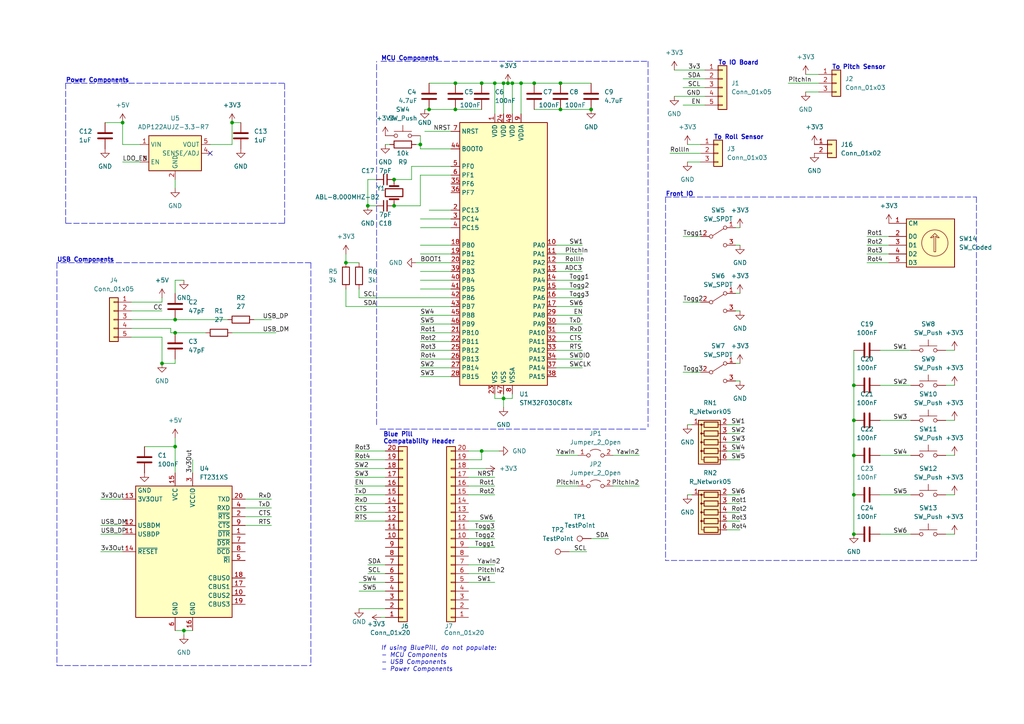
<source format=kicad_sch>
(kicad_sch (version 20211123) (generator eeschema)
  (paper "A4")
  (title_block (title "MCU") (date "2022-10-10") (rev "v0.1"))
  (lib_symbols
    (symbol "Connector:TestPoint" (pin_numbers hide) (pin_names (offset 0.762) hide)
      (property "Reference" "TP" (at 0 6.858 0))
      (property "Value" "TestPoint" (at 0 5.08 0))
      (symbol "TestPoint_1_1"
        (pin passive line (at 0 0 90) (length 2.54) (name "1") (number "1"))
      )
    )
    (symbol "Connector_Generic:Conn_01x02" (pin_names (offset 1.016) hide)
      (property "Reference" "J" (at 0 2.54 0))
      (property "Value" "Conn_01x02" (at 0 -5.08 0))
      (symbol "Conn_01x02_1_1"
        (pin passive line (at -5.08 0 0) (length 3.81) (name "Pin_1") (number "1"))
        (pin passive line (at -5.08 -2.54 0) (length 3.81) (name "Pin_2") (number "2"))
      )
    )
    (symbol "Connector_Generic:Conn_01x03" (pin_names (offset 1.016) hide)
      (property "Reference" "J" (at 0 5.08 0))
      (property "Value" "Conn_01x03" (at 0 -5.08 0))
      (symbol "Conn_01x03_1_1"
        (pin passive line (at -5.08 2.54 0) (length 3.81) (name "Pin_1") (number "1"))
        (pin passive line (at -5.08 0 0) (length 3.81) (name "Pin_2") (number "2"))
        (pin passive line (at -5.08 -2.54 0) (length 3.81) (name "Pin_3") (number "3"))
      )
    )
    (symbol "Connector_Generic:Conn_01x05" (pin_names (offset 1.016) hide)
      (property "Reference" "J" (at 0 7.62 0))
      (property "Value" "Conn_01x05" (at 0 -7.62 0))
      (symbol "Conn_01x05_1_1"
        (pin passive line (at -5.08 5.08 0) (length 3.81) (name "Pin_1") (number "1"))
        (pin passive line (at -5.08 2.54 0) (length 3.81) (name "Pin_2") (number "2"))
        (pin passive line (at -5.08 0 0) (length 3.81) (name "Pin_3") (number "3"))
        (pin passive line (at -5.08 -2.54 0) (length 3.81) (name "Pin_4") (number "4"))
        (pin passive line (at -5.08 -5.08 0) (length 3.81) (name "Pin_5") (number "5"))
      )
    )
    (symbol "Connector_Generic:Conn_01x20" (pin_names (offset 1.016) hide)
      (property "Reference" "J" (at 0 25.4 0))
      (property "Value" "Conn_01x20" (at 0 -27.94 0))
      (symbol "Conn_01x20_1_1"
        (pin passive line (at -5.08 22.86 0) (length 3.81) (name "Pin_1") (number "1"))
        (pin passive line (at -5.08 0 0) (length 3.81) (name "Pin_10") (number "10"))
        (pin passive line (at -5.08 -2.54 0) (length 3.81) (name "Pin_11") (number "11"))
        (pin passive line (at -5.08 -5.08 0) (length 3.81) (name "Pin_12") (number "12"))
        (pin passive line (at -5.08 -7.62 0) (length 3.81) (name "Pin_13") (number "13"))
        (pin passive line (at -5.08 -10.16 0) (length 3.81) (name "Pin_14") (number "14"))
        (pin passive line (at -5.08 -12.7 0) (length 3.81) (name "Pin_15") (number "15"))
        (pin passive line (at -5.08 -15.24 0) (length 3.81) (name "Pin_16") (number "16"))
        (pin passive line (at -5.08 -17.78 0) (length 3.81) (name "Pin_17") (number "17"))
        (pin passive line (at -5.08 -20.32 0) (length 3.81) (name "Pin_18") (number "18"))
        (pin passive line (at -5.08 -22.86 0) (length 3.81) (name "Pin_19") (number "19"))
        (pin passive line (at -5.08 20.32 0) (length 3.81) (name "Pin_2") (number "2"))
        (pin passive line (at -5.08 -25.4 0) (length 3.81) (name "Pin_20") (number "20"))
        (pin passive line (at -5.08 17.78 0) (length 3.81) (name "Pin_3") (number "3"))
        (pin passive line (at -5.08 15.24 0) (length 3.81) (name "Pin_4") (number "4"))
        (pin passive line (at -5.08 12.7 0) (length 3.81) (name "Pin_5") (number "5"))
        (pin passive line (at -5.08 10.16 0) (length 3.81) (name "Pin_6") (number "6"))
        (pin passive line (at -5.08 7.62 0) (length 3.81) (name "Pin_7") (number "7"))
        (pin passive line (at -5.08 5.08 0) (length 3.81) (name "Pin_8") (number "8"))
        (pin passive line (at -5.08 2.54 0) (length 3.81) (name "Pin_9") (number "9"))
      )
    )
    (symbol "Device:C" (pin_numbers hide) (pin_names (offset 0.254))
      (property "Reference" "C" (at 0.635 2.54 0))
      (property "Value" "C" (at 0.635 -2.54 0))
      (symbol "C_1_1"
        (pin passive line (at 0 3.81 270) (length 2.794) (name "~") (number "1"))
        (pin passive line (at 0 -3.81 90) (length 2.794) (name "~") (number "2"))
      )
    )
    (symbol "Device:C_Small" (pin_numbers hide) (pin_names (offset 0.254) hide)
      (property "Reference" "C" (at 0.254 1.778 0))
      (property "Value" "C_Small" (at 0.254 -2.032 0))
      (symbol "C_Small_1_1"
        (pin passive line (at 0 2.54 270) (length 2.032) (name "~") (number "1"))
        (pin passive line (at 0 -2.54 90) (length 2.032) (name "~") (number "2"))
      )
    )
    (symbol "Device:Crystal" (pin_numbers hide) (pin_names (offset 1.016) hide)
      (property "Reference" "Y" (at 0 3.81 0))
      (property "Value" "Crystal" (at 0 -3.81 0))
      (symbol "Crystal_1_1"
        (pin passive line (at -3.81 0 0) (length 1.27) (name "1") (number "1"))
        (pin passive line (at 3.81 0 180) (length 1.27) (name "2") (number "2"))
      )
    )
    (symbol "Device:R" (pin_numbers hide) (pin_names (offset 0))
      (property "Reference" "R" (at 2.032 0 90))
      (property "Value" "R" (at 0 0 90))
      (symbol "R_1_1"
        (pin passive line (at 0 3.81 270) (length 1.27) (name "~") (number "1"))
        (pin passive line (at 0 -3.81 90) (length 1.27) (name "~") (number "2"))
      )
    )
    (symbol "Device:R_Network05" (pin_names (offset 0) hide)
      (property "Reference" "RN" (at -7.62 0 90))
      (property "Value" "R_Network05" (at 7.62 0 90))
      (symbol "R_Network05_1_1"
        (pin passive line (at -5.08 5.08 270) (length 2.54) (name "common") (number "1"))
        (pin passive line (at -5.08 -5.08 90) (length 1.27) (name "R1") (number "2"))
        (pin passive line (at -2.54 -5.08 90) (length 1.27) (name "R2") (number "3"))
        (pin passive line (at 0 -5.08 90) (length 1.27) (name "R3") (number "4"))
        (pin passive line (at 2.54 -5.08 90) (length 1.27) (name "R4") (number "5"))
        (pin passive line (at 5.08 -5.08 90) (length 1.27) (name "R5") (number "6"))
      )
    )
    (symbol "Interface_USB:FT231XS"
      (property "Reference" "U" (at -13.97 20.32 0))
      (property "Value" "FT231XS" (at 7.62 20.32 0))
      (symbol "FT231XS_1_1"
        (pin output line (at 17.78 5.08 180) (length 3.81) (name "~{DTR}") (number "1"))
        (pin bidirectional line (at 17.78 -12.7 180) (length 3.81) (name "CBUS2") (number "10"))
        (pin bidirectional line (at -17.78 5.08 0) (length 3.81) (name "USBDP") (number "11"))
        (pin bidirectional line (at -17.78 7.62 0) (length 3.81) (name "USBDM") (number "12"))
        (pin power_out line (at -17.78 15.24 0) (length 3.81) (name "3V3OUT") (number "13"))
        (pin input line (at -17.78 0 0) (length 3.81) (name "~{RESET}") (number "14"))
        (pin power_in line (at -2.54 22.86 270) (length 3.81) (name "VCC") (number "15"))
        (pin power_in line (at 2.54 -22.86 90) (length 3.81) (name "GND") (number "16"))
        (pin bidirectional line (at 17.78 -10.16 180) (length 3.81) (name "CBUS1") (number "17"))
        (pin bidirectional line (at 17.78 -7.62 180) (length 3.81) (name "CBUS0") (number "18"))
        (pin bidirectional line (at 17.78 -15.24 180) (length 3.81) (name "CBUS3") (number "19"))
        (pin output line (at 17.78 10.16 180) (length 3.81) (name "~{RTS}") (number "2"))
        (pin output line (at 17.78 15.24 180) (length 3.81) (name "TXD") (number "20"))
        (pin power_in line (at 2.54 22.86 270) (length 3.81) (name "VCCIO") (number "3"))
        (pin input line (at 17.78 12.7 180) (length 3.81) (name "RXD") (number "4"))
        (pin input line (at 17.78 -2.54 180) (length 3.81) (name "~{RI}") (number "5"))
        (pin power_in line (at -2.54 -22.86 90) (length 3.81) (name "GND") (number "6"))
        (pin input line (at 17.78 2.54 180) (length 3.81) (name "~{DSR}") (number "7"))
        (pin input line (at 17.78 0 180) (length 3.81) (name "~{DCD}") (number "8"))
        (pin input line (at 17.78 7.62 180) (length 3.81) (name "~{CTS}") (number "9"))
      )
    )
    (symbol "Jumper:Jumper_2_Open" (pin_names (offset 0) hide)
      (property "Reference" "JP" (at 0 2.794 0))
      (property "Value" "Jumper_2_Open" (at 0 -2.286 0))
      (symbol "Jumper_2_Open_1_1"
        (pin passive line (at -5.08 0 0) (length 2.54) (name "A") (number "1"))
        (pin passive line (at 5.08 0 180) (length 2.54) (name "B") (number "2"))
      )
    )
    (symbol "MCU_ST_STM32F0:STM32F030C8Tx"
      (property "Reference" "U" (at -12.7 39.37 0))
      (property "Value" "STM32F030C8Tx" (at 7.62 39.37 0))
      (symbol "STM32F030C8Tx_1_1"
        (pin power_in line (at -2.54 40.64 270) (length 2.54) (name "VDD") (number "1"))
        (pin bidirectional line (at 15.24 2.54 180) (length 2.54) (name "PA0") (number "10"))
        (pin bidirectional line (at 15.24 0 180) (length 2.54) (name "PA1") (number "11"))
        (pin bidirectional line (at 15.24 -2.54 180) (length 2.54) (name "PA2") (number "12"))
        (pin bidirectional line (at 15.24 -5.08 180) (length 2.54) (name "PA3") (number "13"))
        (pin bidirectional line (at 15.24 -7.62 180) (length 2.54) (name "PA4") (number "14"))
        (pin bidirectional line (at 15.24 -10.16 180) (length 2.54) (name "PA5") (number "15"))
        (pin bidirectional line (at 15.24 -12.7 180) (length 2.54) (name "PA6") (number "16"))
        (pin bidirectional line (at 15.24 -15.24 180) (length 2.54) (name "PA7") (number "17"))
        (pin bidirectional line (at -15.24 2.54 0) (length 2.54) (name "PB0") (number "18"))
        (pin bidirectional line (at -15.24 0 0) (length 2.54) (name "PB1") (number "19"))
        (pin bidirectional line (at -15.24 12.7 0) (length 2.54) (name "PC13") (number "2"))
        (pin bidirectional line (at -15.24 -2.54 0) (length 2.54) (name "PB2") (number "20"))
        (pin bidirectional line (at -15.24 -22.86 0) (length 2.54) (name "PB10") (number "21"))
        (pin bidirectional line (at -15.24 -25.4 0) (length 2.54) (name "PB11") (number "22"))
        (pin power_in line (at -2.54 -40.64 90) (length 2.54) (name "VSS") (number "23"))
        (pin power_in line (at 0 40.64 270) (length 2.54) (name "VDD") (number "24"))
        (pin bidirectional line (at -15.24 -27.94 0) (length 2.54) (name "PB12") (number "25"))
        (pin bidirectional line (at -15.24 -30.48 0) (length 2.54) (name "PB13") (number "26"))
        (pin bidirectional line (at -15.24 -33.02 0) (length 2.54) (name "PB14") (number "27"))
        (pin bidirectional line (at -15.24 -35.56 0) (length 2.54) (name "PB15") (number "28"))
        (pin bidirectional line (at 15.24 -17.78 180) (length 2.54) (name "PA8") (number "29"))
        (pin bidirectional line (at -15.24 10.16 0) (length 2.54) (name "PC14") (number "3"))
        (pin bidirectional line (at 15.24 -20.32 180) (length 2.54) (name "PA9") (number "30"))
        (pin bidirectional line (at 15.24 -22.86 180) (length 2.54) (name "PA10") (number "31"))
        (pin bidirectional line (at 15.24 -25.4 180) (length 2.54) (name "PA11") (number "32"))
        (pin bidirectional line (at 15.24 -27.94 180) (length 2.54) (name "PA12") (number "33"))
        (pin bidirectional line (at 15.24 -30.48 180) (length 2.54) (name "PA13") (number "34"))
        (pin bidirectional line (at -15.24 20.32 0) (length 2.54) (name "PF6") (number "35"))
        (pin bidirectional line (at -15.24 17.78 0) (length 2.54) (name "PF7") (number "36"))
        (pin bidirectional line (at 15.24 -33.02 180) (length 2.54) (name "PA14") (number "37"))
        (pin bidirectional line (at 15.24 -35.56 180) (length 2.54) (name "PA15") (number "38"))
        (pin bidirectional line (at -15.24 -5.08 0) (length 2.54) (name "PB3") (number "39"))
        (pin bidirectional line (at -15.24 7.62 0) (length 2.54) (name "PC15") (number "4"))
        (pin bidirectional line (at -15.24 -7.62 0) (length 2.54) (name "PB4") (number "40"))
        (pin bidirectional line (at -15.24 -10.16 0) (length 2.54) (name "PB5") (number "41"))
        (pin bidirectional line (at -15.24 -12.7 0) (length 2.54) (name "PB6") (number "42"))
        (pin bidirectional line (at -15.24 -15.24 0) (length 2.54) (name "PB7") (number "43"))
        (pin input line (at -15.24 30.48 0) (length 2.54) (name "BOOT0") (number "44"))
        (pin bidirectional line (at -15.24 -17.78 0) (length 2.54) (name "PB8") (number "45"))
        (pin bidirectional line (at -15.24 -20.32 0) (length 2.54) (name "PB9") (number "46"))
        (pin power_in line (at 0 -40.64 90) (length 2.54) (name "VSS") (number "47"))
        (pin power_in line (at 2.54 40.64 270) (length 2.54) (name "VDD") (number "48"))
        (pin input line (at -15.24 25.4 0) (length 2.54) (name "PF0") (number "5"))
        (pin input line (at -15.24 22.86 0) (length 2.54) (name "PF1") (number "6"))
        (pin input line (at -15.24 35.56 0) (length 2.54) (name "NRST") (number "7"))
        (pin power_in line (at 2.54 -40.64 90) (length 2.54) (name "VSSA") (number "8"))
        (pin power_in line (at 5.08 40.64 270) (length 2.54) (name "VDDA") (number "9"))
      )
    )
    (symbol "Regulator_Linear:ADP7142AUJZ-3.3"
      (property "Reference" "U" (at 0 8.89 0))
      (property "Value" "ADP7142AUJZ-3.3" (at 0 6.35 0))
      (symbol "ADP7142AUJZ-3.3_1_1"
        (pin power_in line (at -10.16 2.54 0) (length 2.54) (name "VIN") (number "1"))
        (pin power_in line (at 0 -7.62 90) (length 2.54) (name "GND") (number "2"))
        (pin input line (at -10.16 -2.54 0) (length 2.54) (name "EN") (number "3"))
        (pin input line (at 10.16 0 180) (length 2.54) (name "SENSE/ADJ") (number "4"))
        (pin power_out line (at 10.16 2.54 180) (length 2.54) (name "VOUT") (number "5"))
      )
    )
    (symbol "Switch:SW_Coded"
      (property "Reference" "SW" (at -6.35 8.89 0))
      (property "Value" "SW_Coded" (at -6.35 -7.62 0))
      (symbol "SW_Coded_1_1"
        (pin passive line (at 12.7 6.35 180) (length 5.08) (name "CM") (number "1"))
        (pin passive line (at 12.7 2.54 180) (length 5.08) (name "D0") (number "2"))
        (pin passive line (at 12.7 0 180) (length 5.08) (name "D1") (number "3"))
        (pin passive line (at 12.7 -2.54 180) (length 5.08) (name "D2") (number "4"))
        (pin passive line (at 12.7 -5.08 180) (length 5.08) (name "D3") (number "5"))
      )
    )
    (symbol "Switch:SW_Push" (pin_numbers hide) (pin_names (offset 1.016) hide)
      (property "Reference" "SW" (at 1.27 2.54 0))
      (property "Value" "SW_Push" (at 0 -1.524 0))
      (symbol "SW_Push_0_1"
        (pin passive line (at -5.08 0 0) (length 2.54) (name "1") (number "1"))
        (pin passive line (at 5.08 0 180) (length 2.54) (name "2") (number "2"))
      )
    )
    (symbol "Switch:SW_SPDT" (pin_names (offset 0) hide)
      (property "Reference" "SW" (at 0 4.318 0))
      (property "Value" "SW_SPDT" (at 0 -5.08 0))
      (symbol "SW_SPDT_1_1"
        (pin passive line (at 5.08 2.54 180) (length 2.54) (name "A") (number "1"))
        (pin passive line (at -5.08 0 0) (length 2.54) (name "B") (number "2"))
        (pin passive line (at 5.08 -2.54 180) (length 2.54) (name "C") (number "3"))
      )
    )
    (symbol "power:+3V3" (power) (pin_names (offset 0))
      (property "Value" "+3V3" (at 0 3.556 0))
      (symbol "+3V3_1_1"
        (pin power_in line (at 0 0 90) (length 0) hide (name "+3V3") (number "1"))
      )
    )
    (symbol "power:+5V" (power) (pin_names (offset 0))
      (property "Value" "+5V" (at 0 3.556 0))
      (symbol "+5V_1_1"
        (pin power_in line (at 0 0 90) (length 0) hide (name "+5V") (number "1"))
      )
    )
    (symbol "power:GND" (power) (pin_names (offset 0))
      (property "Value" "GND" (at 0 -3.81 0))
      (symbol "GND_1_1"
        (pin power_in line (at 0 0 270) (length 0) hide (name "GND") (number "1"))
      )
    )
  )
  (junction (at 124.46 31.75))
  (junction (at 114.3 59.69))
  (junction (at 50.8 129.54))
  (junction (at 162.56 24.13))
  (junction (at 46.99 105.41))
  (junction (at 247.65 121.92))
  (junction (at 148.59 24.13))
  (junction (at 146.05 115.57))
  (junction (at 106.68 59.69))
  (junction (at 50.8 96.52))
  (junction (at 154.94 24.13))
  (junction (at 121.92 41.91))
  (junction (at 67.31 35.56))
  (junction (at 50.8 92.71))
  (junction (at 35.56 35.56))
  (junction (at 247.65 154.94))
  (junction (at 151.13 24.13))
  (junction (at 146.05 24.13))
  (junction (at 139.7 24.13))
  (junction (at 171.45 31.75))
  (junction (at 247.65 143.51))
  (junction (at 100.33 76.2))
  (junction (at 247.65 132.08))
  (junction (at 132.08 31.75))
  (junction (at 162.56 31.75))
  (junction (at 247.65 111.76))
  (junction (at 53.34 182.88))
  (junction (at 132.08 24.13))
  (junction (at 147.32 24.13))
  (junction (at 143.51 24.13))
  (junction (at 139.7 130.81))
  (junction (at 114.3 52.07))
  (no_connect (at 60.96 44.45))
  (polyline (pts (xy 90.17 76.2) (xy 16.51 76.2)))
  (wire (pts (xy 210.82 151.13) (xy 214.63 151.13)))
  (wire (pts (xy 247.65 111.76) (xy 247.65 121.92)))
  (wire (pts (xy 40.64 41.91) (xy 35.56 41.91)))
  (wire (pts (xy 255.27 154.94) (xy 264.16 154.94)))
  (wire (pts (xy 139.7 24.13) (xy 143.51 24.13)))
  (wire (pts (xy 119.38 52.07) (xy 119.38 48.26)))
  (wire (pts (xy 247.65 143.51) (xy 247.65 154.94)))
  (wire (pts (xy 121.92 96.52) (xy 130.81 96.52)))
  (wire (pts (xy 111.76 41.91) (xy 113.03 41.91)))
  (wire (pts (xy 124.46 60.96) (xy 130.81 60.96)))
  (polyline (pts (xy 283.21 57.15) (xy 283.21 162.56)))
  (wire (pts (xy 102.87 151.13) (xy 111.76 151.13)))
  (wire (pts (xy 210.82 125.73) (xy 214.63 125.73)))
  (wire (pts (xy 135.89 166.37) (xy 143.51 166.37)))
  (wire (pts (xy 135.89 153.67) (xy 143.51 153.67)))
  (wire (pts (xy 38.1 97.79) (xy 46.99 97.79)))
  (wire (pts (xy 228.6 24.13) (xy 237.49 24.13)))
  (wire (pts (xy 130.81 43.18) (xy 121.92 43.18)))
  (wire (pts (xy 151.13 24.13) (xy 148.59 24.13)))
  (wire (pts (xy 121.92 43.18) (xy 121.92 41.91)))
  (wire (pts (xy 102.87 140.97) (xy 111.76 140.97)))
  (wire (pts (xy 139.7 130.81) (xy 144.78 130.81)))
  (wire (pts (xy 67.31 35.56) (xy 67.31 41.91)))
  (wire (pts (xy 146.05 24.13) (xy 147.32 24.13)))
  (wire (pts (xy 104.14 83.82) (xy 104.14 86.36)))
  (wire (pts (xy 71.12 144.78) (xy 78.74 144.78)))
  (wire (pts (xy 161.29 140.97) (xy 167.64 140.97)))
  (wire (pts (xy 121.92 66.04) (xy 130.81 66.04)))
  (wire (pts (xy 35.56 46.99) (xy 40.64 46.99)))
  (wire (pts (xy 102.87 130.81) (xy 111.76 130.81)))
  (polyline (pts (xy 187.325 124.46) (xy 109.855 124.46)))
  (wire (pts (xy 50.8 96.52) (xy 59.69 96.52)))
  (wire (pts (xy 161.29 81.28) (xy 168.91 81.28)))
  (wire (pts (xy 204.47 27.94) (xy 195.58 27.94)))
  (polyline (pts (xy 19.05 24.13) (xy 82.55 24.13)))
  (wire (pts (xy 29.21 154.94) (xy 35.56 154.94)))
  (wire (pts (xy 121.92 109.22) (xy 130.81 109.22)))
  (wire (pts (xy 71.12 149.86) (xy 78.74 149.86)))
  (wire (pts (xy 111.76 171.45) (xy 104.14 171.45)))
  (wire (pts (xy 251.46 68.58) (xy 257.81 68.58)))
  (wire (pts (xy 139.7 133.35) (xy 139.7 130.81)))
  (wire (pts (xy 100.33 88.9) (xy 130.81 88.9)))
  (wire (pts (xy 233.68 21.59) (xy 237.49 21.59)))
  (wire (pts (xy 135.89 135.89) (xy 140.97 135.89)))
  (wire (pts (xy 29.21 152.4) (xy 35.56 152.4)))
  (wire (pts (xy 255.27 132.08) (xy 264.16 132.08)))
  (wire (pts (xy 102.87 148.59) (xy 111.76 148.59)))
  (wire (pts (xy 121.92 63.5) (xy 130.81 63.5)))
  (wire (pts (xy 274.32 143.51) (xy 276.86 143.51)))
  (wire (pts (xy 210.82 146.05) (xy 214.63 146.05)))
  (wire (pts (xy 151.13 24.13) (xy 154.94 24.13)))
  (polyline (pts (xy 187.96 17.78) (xy 187.96 123.825)))
  (wire (pts (xy 154.94 24.13) (xy 162.56 24.13)))
  (wire (pts (xy 124.46 24.13) (xy 132.08 24.13)))
  (wire (pts (xy 161.29 101.6) (xy 168.91 101.6)))
  (wire (pts (xy 161.29 96.52) (xy 168.91 96.52)))
  (wire (pts (xy 199.39 41.91) (xy 203.2 41.91)))
  (wire (pts (xy 274.32 121.92) (xy 276.86 121.92)))
  (wire (pts (xy 210.82 148.59) (xy 214.63 148.59)))
  (wire (pts (xy 255.27 121.92) (xy 264.16 121.92)))
  (wire (pts (xy 119.38 48.26) (xy 130.81 48.26)))
  (wire (pts (xy 151.13 33.02) (xy 151.13 24.13)))
  (wire (pts (xy 162.56 31.75) (xy 171.45 31.75)))
  (wire (pts (xy 46.99 105.41) (xy 50.8 105.41)))
  (wire (pts (xy 106.68 59.69) (xy 109.22 59.69)))
  (wire (pts (xy 121.92 101.6) (xy 130.81 101.6)))
  (wire (pts (xy 161.29 91.44) (xy 168.91 91.44)))
  (wire (pts (xy 148.59 24.13) (xy 147.32 24.13)))
  (wire (pts (xy 135.89 138.43) (xy 143.51 138.43)))
  (wire (pts (xy 198.12 68.58) (xy 203.2 68.58)))
  (wire (pts (xy 121.92 93.98) (xy 130.81 93.98)))
  (polyline (pts (xy 90.17 76.2) (xy 90.17 193.04)))
  (wire (pts (xy 210.82 123.19) (xy 214.63 123.19)))
  (wire (pts (xy 114.3 59.69) (xy 121.92 59.69)))
  (wire (pts (xy 213.36 71.12) (xy 214.63 71.12)))
  (wire (pts (xy 135.89 130.81) (xy 139.7 130.81)))
  (wire (pts (xy 161.29 83.82) (xy 168.91 83.82)))
  (wire (pts (xy 177.8 132.08) (xy 185.42 132.08)))
  (wire (pts (xy 161.29 73.66) (xy 168.91 73.66)))
  (wire (pts (xy 204.47 25.4) (xy 198.12 25.4)))
  (wire (pts (xy 49.53 96.52) (xy 50.8 96.52)))
  (wire (pts (xy 210.82 143.51) (xy 214.63 143.51)))
  (wire (pts (xy 110.49 179.07) (xy 111.76 179.07)))
  (wire (pts (xy 121.92 50.8) (xy 130.81 50.8)))
  (wire (pts (xy 251.46 71.12) (xy 257.81 71.12)))
  (wire (pts (xy 274.32 111.76) (xy 276.86 111.76)))
  (polyline (pts (xy 109.22 123.19) (xy 109.22 17.78)))
  (polyline (pts (xy 19.05 24.13) (xy 19.05 64.77)))
  (wire (pts (xy 29.21 160.02) (xy 35.56 160.02)))
  (wire (pts (xy 67.31 35.56) (xy 69.85 35.56)))
  (wire (pts (xy 233.68 26.67) (xy 237.49 26.67)))
  (wire (pts (xy 210.82 130.81) (xy 214.63 130.81)))
  (wire (pts (xy 165.1 160.02) (xy 170.18 160.02)))
  (wire (pts (xy 161.29 106.68) (xy 168.91 106.68)))
  (wire (pts (xy 67.31 96.52) (xy 80.01 96.52)))
  (wire (pts (xy 177.8 140.97) (xy 185.42 140.97)))
  (wire (pts (xy 194.31 44.45) (xy 203.2 44.45)))
  (wire (pts (xy 50.8 182.88) (xy 53.34 182.88)))
  (wire (pts (xy 255.27 111.76) (xy 264.16 111.76)))
  (wire (pts (xy 146.05 115.57) (xy 146.05 118.11)))
  (wire (pts (xy 53.34 182.88) (xy 55.88 182.88)))
  (wire (pts (xy 135.89 168.91) (xy 143.51 168.91)))
  (polyline (pts (xy 19.05 64.77) (xy 82.55 64.77)))
  (wire (pts (xy 132.08 31.75) (xy 139.7 31.75)))
  (wire (pts (xy 50.8 81.28) (xy 53.34 81.28)))
  (wire (pts (xy 274.32 101.6) (xy 276.86 101.6)))
  (wire (pts (xy 104.14 86.36) (xy 130.81 86.36)))
  (wire (pts (xy 199.39 46.99) (xy 203.2 46.99)))
  (wire (pts (xy 146.05 114.3) (xy 146.05 115.57)))
  (wire (pts (xy 213.36 85.09) (xy 214.63 85.09)))
  (wire (pts (xy 135.89 143.51) (xy 143.51 143.51)))
  (wire (pts (xy 100.33 73.66) (xy 100.33 76.2)))
  (wire (pts (xy 143.51 114.3) (xy 143.51 115.57)))
  (wire (pts (xy 106.68 166.37) (xy 111.76 166.37)))
  (wire (pts (xy 102.87 146.05) (xy 111.76 146.05)))
  (wire (pts (xy 213.36 90.17) (xy 214.63 90.17)))
  (wire (pts (xy 102.87 133.35) (xy 111.76 133.35)))
  (wire (pts (xy 148.59 114.3) (xy 148.59 115.57)))
  (wire (pts (xy 50.8 52.07) (xy 50.8 54.61)))
  (wire (pts (xy 274.32 132.08) (xy 276.86 132.08)))
  (wire (pts (xy 104.14 176.53) (xy 111.76 176.53)))
  (wire (pts (xy 135.89 158.75) (xy 143.51 158.75)))
  (wire (pts (xy 121.92 41.91) (xy 121.92 39.37)))
  (wire (pts (xy 161.29 93.98) (xy 168.91 93.98)))
  (wire (pts (xy 161.29 86.36) (xy 168.91 86.36)))
  (wire (pts (xy 38.1 92.71) (xy 50.8 92.71)))
  (wire (pts (xy 102.87 143.51) (xy 111.76 143.51)))
  (wire (pts (xy 123.19 31.75) (xy 124.46 31.75)))
  (wire (pts (xy 106.68 52.07) (xy 106.68 59.69)))
  (wire (pts (xy 198.12 107.95) (xy 203.2 107.95)))
  (wire (pts (xy 148.59 33.02) (xy 148.59 24.13)))
  (wire (pts (xy 143.51 115.57) (xy 146.05 115.57)))
  (wire (pts (xy 102.87 138.43) (xy 111.76 138.43)))
  (wire (pts (xy 210.82 133.35) (xy 214.63 133.35)))
  (wire (pts (xy 255.27 101.6) (xy 264.16 101.6)))
  (wire (pts (xy 204.47 22.86) (xy 198.12 22.86)))
  (wire (pts (xy 50.8 127) (xy 50.8 129.54)))
  (wire (pts (xy 135.89 163.83) (xy 143.51 163.83)))
  (polyline (pts (xy 16.51 76.2) (xy 16.51 193.04)))
  (wire (pts (xy 161.29 99.06) (xy 168.91 99.06)))
  (wire (pts (xy 143.51 24.13) (xy 146.05 24.13)))
  (wire (pts (xy 46.99 97.79) (xy 46.99 105.41)))
  (wire (pts (xy 135.89 140.97) (xy 143.51 140.97)))
  (wire (pts (xy 204.47 30.48) (xy 198.12 30.48)))
  (wire (pts (xy 135.89 151.13) (xy 143.51 151.13)))
  (wire (pts (xy 251.46 76.2) (xy 257.81 76.2)))
  (wire (pts (xy 161.29 88.9) (xy 168.91 88.9)))
  (wire (pts (xy 73.66 92.71) (xy 78.74 92.71)))
  (wire (pts (xy 213.36 105.41) (xy 214.63 105.41)))
  (polyline (pts (xy 16.51 193.04) (xy 90.17 193.04)))
  (polyline (pts (xy 110.49 17.78) (xy 187.96 17.78)))
  (wire (pts (xy 109.22 52.07) (xy 106.68 52.07)))
  (polyline (pts (xy 193.04 57.15) (xy 283.21 57.15)))
  (wire (pts (xy 210.82 153.67) (xy 214.63 153.67)))
  (wire (pts (xy 274.32 154.94) (xy 276.86 154.94)))
  (polyline (pts (xy 193.04 57.15) (xy 193.04 162.56)))
  (wire (pts (xy 255.27 143.51) (xy 264.16 143.51)))
  (wire (pts (xy 198.12 87.63) (xy 203.2 87.63)))
  (wire (pts (xy 161.29 132.08) (xy 167.64 132.08)))
  (wire (pts (xy 102.87 135.89) (xy 111.76 135.89)))
  (wire (pts (xy 50.8 104.14) (xy 50.8 105.41)))
  (wire (pts (xy 161.29 71.12) (xy 168.91 71.12)))
  (wire (pts (xy 251.46 73.66) (xy 257.81 73.66)))
  (wire (pts (xy 120.65 41.91) (xy 121.92 41.91)))
  (wire (pts (xy 50.8 129.54) (xy 50.8 137.16)))
  (wire (pts (xy 199.39 123.19) (xy 200.66 123.19)))
  (wire (pts (xy 50.8 85.09) (xy 50.8 81.28)))
  (wire (pts (xy 161.29 78.74) (xy 168.91 78.74)))
  (wire (pts (xy 154.94 31.75) (xy 162.56 31.75)))
  (wire (pts (xy 38.1 90.17) (xy 46.99 90.17)))
  (wire (pts (xy 38.1 95.25) (xy 49.53 95.25)))
  (wire (pts (xy 111.76 168.91) (xy 104.14 168.91)))
  (wire (pts (xy 121.92 99.06) (xy 130.81 99.06)))
  (wire (pts (xy 35.56 35.56) (xy 35.56 41.91)))
  (wire (pts (xy 30.48 35.56) (xy 35.56 35.56)))
  (polyline (pts (xy 82.55 64.77) (xy 82.55 24.13)))
  (wire (pts (xy 121.92 81.28) (xy 130.81 81.28)))
  (wire (pts (xy 71.12 147.32) (xy 78.74 147.32)))
  (wire (pts (xy 199.39 143.51) (xy 200.66 143.51)))
  (wire (pts (xy 46.99 87.63) (xy 46.99 86.36)))
  (wire (pts (xy 50.8 92.71) (xy 66.04 92.71)))
  (wire (pts (xy 146.05 24.13) (xy 146.05 33.02)))
  (wire (pts (xy 161.29 76.2) (xy 168.91 76.2)))
  (wire (pts (xy 124.46 31.75) (xy 132.08 31.75)))
  (wire (pts (xy 210.82 128.27) (xy 214.63 128.27)))
  (wire (pts (xy 41.91 129.54) (xy 50.8 129.54)))
  (wire (pts (xy 121.92 106.68) (xy 130.81 106.68)))
  (wire (pts (xy 71.12 152.4) (xy 78.74 152.4)))
  (wire (pts (xy 171.45 156.21) (xy 176.53 156.21)))
  (wire (pts (xy 121.92 73.66) (xy 130.81 73.66)))
  (wire (pts (xy 121.92 71.12) (xy 130.81 71.12)))
  (wire (pts (xy 114.3 52.07) (xy 119.38 52.07)))
  (wire (pts (xy 213.36 110.49) (xy 214.63 110.49)))
  (wire (pts (xy 143.51 24.13) (xy 143.51 33.02)))
  (wire (pts (xy 120.65 76.2) (xy 130.81 76.2)))
  (wire (pts (xy 161.29 104.14) (xy 168.91 104.14)))
  (wire (pts (xy 100.33 83.82) (xy 100.33 88.9)))
  (wire (pts (xy 247.65 132.08) (xy 247.65 143.51)))
  (wire (pts (xy 55.88 133.35) (xy 55.88 137.16)))
  (wire (pts (xy 247.65 101.6) (xy 247.65 111.76)))
  (wire (pts (xy 49.53 95.25) (xy 49.53 96.52)))
  (wire (pts (xy 121.92 59.69) (xy 121.92 50.8)))
  (wire (pts (xy 135.89 156.21) (xy 143.51 156.21)))
  (wire (pts (xy 121.92 104.14) (xy 130.81 104.14)))
  (wire (pts (xy 60.96 41.91) (xy 67.31 41.91)))
  (wire (pts (xy 38.1 87.63) (xy 46.99 87.63)))
  (wire (pts (xy 213.36 66.04) (xy 214.63 66.04)))
  (wire (pts (xy 121.92 83.82) (xy 130.81 83.82)))
  (wire (pts (xy 106.68 163.83) (xy 111.76 163.83)))
  (wire (pts (xy 135.89 133.35) (xy 139.7 133.35)))
  (polyline (pts (xy 283.21 162.56) (xy 193.04 162.56)))
  (wire (pts (xy 162.56 24.13) (xy 171.45 24.13)))
  (wire (pts (xy 247.65 121.92) (xy 247.65 132.08)))
  (wire (pts (xy 53.34 182.88) (xy 53.34 184.15)))
  (wire (pts (xy 132.08 24.13) (xy 139.7 24.13)))
  (wire (pts (xy 123.19 38.1) (xy 130.81 38.1)))
  (wire (pts (xy 121.92 91.44) (xy 130.81 91.44)))
  (wire (pts (xy 29.21 144.78) (xy 35.56 144.78)))
  (wire (pts (xy 148.59 115.57) (xy 146.05 115.57)))
  (wire (pts (xy 204.47 20.32) (xy 195.58 20.32)))
  (wire (pts (xy 121.92 78.74) (xy 130.81 78.74)))
  (wire (pts (xy 100.33 76.2) (xy 104.14 76.2)))
  (text "To IO Board" (at 208.28 19.05 0) (effects (font (size 1.27 1.27) (thickness 0.254) bold) (justify left bottom)))
  (text "To Pitch Sensor" (at 241.3 20.32 0) (effects (font (size 1.27 1.27) bold) (justify left bottom)))
  (text "USB Components" (at 16.51 76.2 0) (effects (font (size 1.27 1.27) bold) (justify left bottom)))
  (text "Blue Pill\nCompatability Header" (at 111.125 128.905 0) (effects (font (size 1.27 1.27) bold) (justify left bottom)))
  (text "If using BluePill, do not populate:\n- MCU Components\n- USB Components\n- Power Components" (at 110.49 194.945 0) (effects (font (size 1.27 1.27) italic) (justify left bottom)))
  (text "Front IO" (at 193.04 57.15 0) (effects (font (size 1.27 1.27) (thickness 0.254) bold) (justify left bottom)))
  (text "To Roll Sensor" (at 207.01 40.64 0) (effects (font (size 1.27 1.27) bold) (justify left bottom)))
  (text "Power Components" (at 19.05 24.13 0) (effects (font (size 1.27 1.27) bold) (justify left bottom)))
  (text "MCU Components" (at 110.49 17.78 0) (effects (font (size 1.27 1.27) bold) (justify left bottom)))
  (label "NRST" (at 138.43 138.43 0))
  (label "Rot3" (at 251.46 73.66 0))
  (label "SW3" (at 121.92 109.22 0))
  (label "RxD" (at 102.87 146.05 0))
  (label "LDO_EN" (at 35.56 46.99 0))
  (label "RTS" (at 102.87 151.13 0))
  (label "RollIn" (at 194.31 44.45 0))
  (label "SW3" (at 102.87 138.43 0))
  (label "ADC3" (at 163.83 78.74 0))
  (label "Rot1" (at 212.09 146.05 0))
  (label "EN" (at 166.37 91.44 0))
  (label "RollIn" (at 163.83 76.2 0))
  (label "Togg1" (at 143.51 158.75 180))
  (label "Rot4" (at 251.46 76.2 0))
  (label "RxD" (at 165.1 96.52 0))
  (label "SW4" (at 121.92 91.44 0))
  (label "3v3" (at 203.2 20.32 180))
  (label "SCL" (at 106.68 166.37 0))
  (label "Rot3" (at 121.92 101.6 0))
  (label "3v3Out" (at 29.21 160.02 0))
  (label "EN" (at 203.2 30.48 180))
  (label "TxD" (at 102.87 143.51 0))
  (label "Togg3" (at 143.51 153.67 180))
  (label "Rot1" (at 121.92 96.52 0))
  (label "Rot4" (at 102.87 133.35 0))
  (label "Togg1" (at 198.12 68.58 0))
  (label "Rot2" (at 121.92 99.06 0))
  (label "EN" (at 102.87 140.97 0))
  (label "Rot2" (at 212.09 148.59 0))
  (label "PitchIn2" (at 185.42 140.97 180))
  (label "Togg2" (at 143.51 156.21 180))
  (label "PitchIn2" (at 138.43 166.37 0))
  (label "Rot1" (at 251.46 68.58 0))
  (label "SW1" (at 212.09 123.19 0))
  (label "SDA" (at 106.68 163.83 0))
  (label "SW2" (at 121.92 106.68 0))
  (label "SW4" (at 212.09 130.81 0))
  (label "Togg3" (at 165.1 86.36 0))
  (label "SW2" (at 102.87 135.89 0))
  (label "SW3" (at 212.09 128.27 0))
  (label "SW1" (at 165.1 71.12 0))
  (label "SCL" (at 203.2 25.4 180))
  (label "YawIn" (at 161.29 132.08 0))
  (label "SCL" (at 170.18 160.02 180))
  (label "YawIn2" (at 138.43 163.83 0))
  (label "SW5" (at 109.22 171.45 180))
  (label "CTS" (at 165.1 99.06 0))
  (label "TxD" (at 74.93 147.32 0))
  (label "SDA" (at 105.41 88.9 0))
  (label "RTS" (at 74.93 152.4 0))
  (label "USB_DM" (at 29.21 152.4 0))
  (label "Togg1" (at 165.1 81.28 0))
  (label "SW5" (at 259.08 143.51 0))
  (label "Rot4" (at 212.09 153.67 0))
  (label "RTS" (at 165.1 101.6 0))
  (label "PitchIn" (at 228.6 24.13 0))
  (label "SW5" (at 212.09 133.35 0))
  (label "SW6" (at 139.065 151.13 0))
  (label "Rot4" (at 121.92 104.14 0))
  (label "SW6" (at 165.1 88.9 0))
  (label "Rot2" (at 143.51 143.51 180))
  (label "CTS" (at 102.87 148.59 0))
  (label "USB_DP" (at 76.2 92.71 0))
  (label "TxD" (at 165.1 93.98 0))
  (label "Rot1" (at 143.51 140.97 180))
  (label "CTS" (at 74.93 149.86 0))
  (label "SW1" (at 259.08 101.6 0))
  (label "PitchIn" (at 163.83 73.66 0))
  (label "SW1" (at 138.43 168.91 0))
  (label "YawIn2" (at 185.42 132.08 180))
  (label "USB_DM" (at 76.2 96.52 0))
  (label "SCL" (at 105.41 86.36 0))
  (label "USB_DP" (at 29.21 154.94 0))
  (label "SW5" (at 121.92 93.98 0))
  (label "Rot3" (at 212.09 151.13 0))
  (label "RxD" (at 74.93 144.78 0))
  (label "CC" (at 44.45 90.17 0))
  (label "SWDIO" (at 165.1 104.14 0))
  (label "SWCLK" (at 165.1 106.68 0))
  (label "BOOT1" (at 121.92 76.2 0))
  (label "3v3Out" (at 55.88 137.16 90))
  (label "Togg2" (at 198.12 87.63 0))
  (label "3v3Out" (at 29.21 144.78 0))
  (label "SDA" (at 176.53 156.21 180))
  (label "GND" (at 203.2 27.94 180))
  (label "Togg3" (at 198.12 107.95 0))
  (label "Rot2" (at 251.46 71.12 0))
  (label "Rot3" (at 102.87 130.81 0))
  (label "Togg2" (at 165.1 83.82 0))
  (label "NRST" (at 125.73 38.1 0))
  (label "SW2" (at 212.09 125.73 0))
  (label "SW6" (at 259.08 154.94 0))
  (label "PitchIn" (at 161.29 140.97 0))
  (label "SW3" (at 259.08 121.92 0))
  (label "SW4" (at 109.22 168.91 180))
  (label "SW2" (at 259.08 111.76 0))
  (label "SW6" (at 212.09 143.51 0))
  (label "SW4" (at 259.08 132.08 0))
  (label "SDA" (at 203.2 22.86 180))
  (symbol (lib_id "Connector:TestPoint") (at 165.1 160.02 90) (unit 1)
    (property "Reference" "TP2" (at 161.798 153.67 90))
    (property "Value" "TestPoint" (at 161.798 156.21 90))
    (property "Footprint" "TestPoint:TestPoint_Pad_D1.0mm" (effects hide))
  )
  (symbol (lib_id "Device:R_Network05") (at 205.74 148.59 90) (mirror x) (unit 1)
    (property "Reference" "RN2" (at 205.994 137.16 90))
    (property "Value" "R_Network05" (at 205.994 139.7 90))
    (property "Footprint" "Resistor_THT:R_Array_SIP6" (effects hide))
    (property "Datasheet" "http://www.vishay.com/docs/31509/csc.pdf" (effects hide))
  )
  (symbol (lib_id "power:+3V3") (at 276.86 121.92 0) (unit 1)
    (property "Reference" "#PWR0177" (effects hide))
    (property "Value" "+3V3" (at 276.86 116.84 0))
  )
  (symbol (lib_id "power:+3V3") (at 140.97 135.89 270) (unit 1)
    (property "Reference" "#PWR0156" (effects hide))
    (property "Value" "+3V3" (at 144.78 135.8899 90) (effects (justify left)))
  )
  (symbol (lib_id "power:GND") (at 236.22 44.45 0) (unit 1)
    (property "Reference" "#PWR0107" (effects hide))
    (property "Value" "GND" (at 236.22 49.53 0))
  )
  (symbol (lib_id "power:+3V3") (at 214.63 85.09 0) (unit 1)
    (property "Reference" "#PWR0168" (effects hide))
    (property "Value" "+3V3" (at 214.63 80.01 0))
  )
  (symbol (lib_id "power:GND") (at 195.58 27.94 0) (mirror y) (unit 1)
    (property "Reference" "#PWR0126" (effects hide))
    (property "Value" "GND" (at 195.58 33.02 0))
  )
  (symbol (lib_id "power:GND") (at 199.39 123.19 0) (mirror y) (unit 1)
    (property "Reference" "#PWR0170" (effects hide))
    (property "Value" "GND" (at 199.39 128.27 0))
  )
  (symbol (lib_id "Device:R") (at 104.14 80.01 0) (unit 1)
    (property "Reference" "R6" (at 106.68 78.7399 0) (effects (justify left)))
    (property "Value" "3k" (at 106.68 81.2799 0) (effects (justify left)))
    (property "Footprint" "Resistor_SMD:R_0805_2012Metric" (effects hide))
  )
  (symbol (lib_id "MCU_ST_STM32F0:STM32F030C8Tx") (at 146.05 73.66 0) (unit 1)
    (property "Reference" "U1" (at 150.6094 114.3 0) (effects (justify left)))
    (property "Value" "STM32F030C8Tx" (at 150.6094 116.84 0) (effects (justify left)))
    (property "Footprint" "Package_QFP:LQFP-48_7x7mm_P0.5mm" (effects hide))
    (property "Datasheet" "http://www.st.com/st-web-ui/static/active/en/resource/technical/document/datasheet/DM00088500.pdf" (effects hide))
  )
  (symbol (lib_id "Device:C") (at 30.48 39.37 0) (unit 1)
    (property "Reference" "C12" (at 22.86 38.1 0) (effects (justify left)))
    (property "Value" "1uF" (at 22.86 40.64 0) (effects (justify left)))
    (property "Footprint" "Capacitor_SMD:C_0805_2012Metric" (effects hide))
  )
  (symbol (lib_id "Switch:SW_SPDT") (at 208.28 68.58 0) (unit 1)
    (property "Reference" "SW5" (at 208.28 60.96 0))
    (property "Value" "SW_SPDT" (at 208.28 63.5 0))
    (property "Footprint" "Connector_PinHeader_2.54mm:PinHeader_1x03_P2.54mm_Vertical" (effects hide))
  )
  (symbol (lib_id "Device:C_Small") (at 111.76 52.07 90) (unit 1)
    (property "Reference" "C17" (at 106.68 49.53 90))
    (property "Value" "7pF" (at 111.76 49.53 90))
    (property "Footprint" "Capacitor_SMD:C_0603_1608Metric" (effects hide))
  )
  (symbol (lib_id "Regulator_Linear:ADP7142AUJZ-3.3") (at 50.8 44.45 0) (unit 1)
    (property "Reference" "U5" (at 50.8 34.29 0))
    (property "Value" "ADP122AUJZ-3.3-R7 " (at 50.8 36.83 0))
    (property "Footprint" "Package_TO_SOT_SMD:TSOT-23-5" (effects hide))
    (property "Datasheet" "https://www.analog.com/media/en/technical-documentation/data-sheets/ADP7142.pdf" (effects hide))
  )
  (symbol (lib_id "power:+3V3") (at 236.22 41.91 0) (unit 1)
    (property "Reference" "#PWR0108" (effects hide))
    (property "Value" "+3V3" (at 236.22 36.83 0))
  )
  (symbol (lib_id "Device:C") (at 50.8 88.9 180) (unit 1)
    (property "Reference" "C2" (at 54.61 87.6299 0) (effects (justify right)))
    (property "Value" "47pF" (at 54.61 90.1699 0) (effects (justify right)))
    (property "Footprint" "Capacitor_SMD:C_0805_2012Metric" (effects hide))
  )
  (symbol (lib_id "Jumper:Jumper_2_Open") (at 172.72 140.97 0) (unit 1)
    (property "Reference" "JP2" (at 172.72 134.62 0))
    (property "Value" "Jumper_2_Open" (at 172.72 137.16 0))
    (property "Footprint" "Jumper:SolderJumper-2_P1.3mm_Open_TrianglePad1.0x1.5mm" (effects hide))
  )
  (symbol (lib_id "Device:C") (at 124.46 27.94 0) (unit 1)
    (property "Reference" "C4" (at 118.11 26.67 0) (effects (justify left)))
    (property "Value" "4.7uF" (at 115.57 29.21 0) (effects (justify left)))
    (property "Footprint" "Capacitor_SMD:C_0805_2012Metric" (effects hide))
  )
  (symbol (lib_id "Switch:SW_Push") (at 269.24 111.76 0) (unit 1)
    (property "Reference" "SW9" (at 269.24 104.14 0))
    (property "Value" "SW_Push" (at 269.24 106.68 0))
    (property "Footprint" "Button_Switch_Keyboard:SW_Cherry_MX_1.00u_PCB" (effects hide))
  )
  (symbol (lib_id "Device:R") (at 63.5 96.52 270) (unit 1)
    (property "Reference" "R1" (at 63.5 90.17 90))
    (property "Value" "27" (at 63.5 92.71 90))
    (property "Footprint" "Resistor_SMD:R_0805_2012Metric" (effects hide))
  )
  (symbol (lib_id "Device:C") (at 50.8 100.33 0) (unit 1)
    (property "Reference" "C3" (at 54.61 99.0599 0) (effects (justify left)))
    (property "Value" "47pF" (at 54.61 101.5999 0) (effects (justify left)))
    (property "Footprint" "Capacitor_SMD:C_0805_2012Metric" (effects hide))
  )
  (symbol (lib_id "power:GND") (at 144.78 130.81 90) (unit 1)
    (property "Reference" "#PWR0155" (effects hide))
    (property "Value" "GND" (at 148.59 130.8099 90) (effects (justify right)))
  )
  (symbol (lib_id "power:+3V3") (at 257.81 64.77 0) (unit 1)
    (property "Reference" "#PWR0182" (effects hide))
    (property "Value" "+3V3" (at 257.81 59.69 0))
  )
  (symbol (lib_id "power:+3V3") (at 110.49 179.07 90) (unit 1)
    (property "Reference" "#PWR0110" (effects hide))
    (property "Value" "+3V3" (at 111.76 180.975 90) (effects (justify left)))
  )
  (symbol (lib_id "Connector_Generic:Conn_01x05") (at 209.55 25.4 0) (unit 1)
    (property "Reference" "J1" (at 212.09 24.1299 0) (effects (justify left)))
    (property "Value" "Conn_01x05" (at 212.09 26.6699 0) (effects (justify left)))
    (property "Footprint" "Connector_JST:JST_PH_B5B-PH-K_1x05_P2.00mm_Vertical" (effects hide))
  )
  (symbol (lib_id "Connector_Generic:Conn_01x05") (at 33.02 92.71 0) (mirror y) (unit 1)
    (property "Reference" "J4" (at 33.02 81.28 0))
    (property "Value" "Conn_01x05" (at 33.02 83.82 0))
    (property "Footprint" "Connector_JST:JST_PH_S5B-PH-K_1x05_P2.00mm_Horizontal" (effects hide))
  )
  (symbol (lib_id "Switch:SW_SPDT") (at 208.28 107.95 0) (unit 1)
    (property "Reference" "SW7" (at 208.28 100.33 0))
    (property "Value" "SW_SPDT" (at 208.28 102.87 0))
    (property "Footprint" "Connector_PinHeader_2.54mm:PinHeader_1x03_P2.54mm_Vertical" (effects hide))
  )
  (symbol (lib_id "Device:R") (at 116.84 41.91 90) (unit 1)
    (property "Reference" "R9" (at 116.84 46.99 90))
    (property "Value" "10k" (at 116.84 44.45 90))
    (property "Footprint" "Resistor_SMD:R_0805_2012Metric" (effects hide))
  )
  (symbol (lib_id "power:GND") (at 41.91 137.16 0) (unit 1)
    (property "Reference" "#PWR0135" (effects hide))
    (property "Value" "GND" (at 41.91 142.24 0))
  )
  (symbol (lib_id "Device:C") (at 251.46 111.76 90) (unit 1)
    (property "Reference" "C20" (at 251.46 104.14 90))
    (property "Value" "100nF" (at 251.46 106.68 90))
    (property "Footprint" "Capacitor_SMD:C_0805_2012Metric" (effects hide))
  )
  (symbol (lib_id "Connector_Generic:Conn_01x03") (at 208.28 44.45 0) (unit 1)
    (property "Reference" "J3" (at 210.82 43.1799 0) (effects (justify left)))
    (property "Value" "Conn_01x03" (at 210.82 45.7199 0) (effects (justify left)))
    (property "Footprint" "Connector_JST:JST_PH_B3B-PH-K_1x03_P2.00mm_Vertical" (effects hide))
  )
  (symbol (lib_id "power:GND") (at 214.63 71.12 0) (unit 1)
    (property "Reference" "#PWR0181" (effects hide))
    (property "Value" "GND" (at 214.63 76.2 0))
  )
  (symbol (lib_id "power:GND") (at 233.68 26.67 0) (unit 1)
    (property "Reference" "#PWR0129" (effects hide))
    (property "Value" "GND" (at 233.68 31.75 0))
  )
  (symbol (lib_id "Device:C") (at 251.46 121.92 90) (unit 1)
    (property "Reference" "C21" (at 251.46 114.3 90))
    (property "Value" "100nF" (at 251.46 116.84 90))
    (property "Footprint" "Capacitor_SMD:C_0805_2012Metric" (effects hide))
  )
  (symbol (lib_id "Device:C") (at 139.7 27.94 0) (unit 1)
    (property "Reference" "C6" (at 143.51 26.6699 0) (effects (justify left)))
    (property "Value" "100nF" (at 143.51 29.2099 0) (effects (justify left)))
    (property "Footprint" "Capacitor_SMD:C_0805_2012Metric" (effects hide))
  )
  (symbol (lib_id "Device:R_Network05") (at 205.74 128.27 90) (mirror x) (unit 1)
    (property "Reference" "RN1" (at 205.994 116.84 90))
    (property "Value" "R_Network05" (at 205.994 119.38 90))
    (property "Footprint" "Resistor_THT:R_Array_SIP6" (effects hide))
    (property "Datasheet" "http://www.vishay.com/docs/31509/csc.pdf" (effects hide))
  )
  (symbol (lib_id "power:+3V3") (at 100.33 73.66 0) (unit 1)
    (property "Reference" "#PWR0160" (effects hide))
    (property "Value" "+3V3" (at 100.33 68.58 0))
  )
  (symbol (lib_id "power:+3V3") (at 233.68 21.59 0) (unit 1)
    (property "Reference" "#PWR0130" (effects hide))
    (property "Value" "+3V3" (at 233.68 16.51 0))
  )
  (symbol (lib_id "power:+3V3") (at 199.39 41.91 0) (unit 1)
    (property "Reference" "#PWR0128" (effects hide))
    (property "Value" "+3V3" (at 199.39 36.83 0))
  )
  (symbol (lib_id "Device:C") (at 154.94 27.94 0) (unit 1)
    (property "Reference" "C7" (at 157.48 26.67 0) (effects (justify left)))
    (property "Value" "100nF" (at 156.21 30.48 0) (effects (justify left)))
    (property "Footprint" "Capacitor_SMD:C_0805_2012Metric" (effects hide))
  )
  (symbol (lib_id "power:+3V3") (at 276.86 154.94 0) (unit 1)
    (property "Reference" "#PWR0179" (effects hide))
    (property "Value" "+3V3" (at 276.86 149.86 0))
  )
  (symbol (lib_id "power:GND") (at 104.14 176.53 0) (unit 1)
    (property "Reference" "#PWR0157" (effects hide))
    (property "Value" "GND" (at 104.14 180.34 0))
  )
  (symbol (lib_id "power:GND") (at 46.99 105.41 0) (unit 1)
    (property "Reference" "#PWR0133" (effects hide))
    (property "Value" "GND" (at 46.99 110.49 0))
  )
  (symbol (lib_id "power:+5V") (at 35.56 35.56 0) (unit 1)
    (property "Reference" "#PWR0145" (effects hide))
    (property "Value" "+5V" (at 35.56 30.48 0))
  )
  (symbol (lib_id "Jumper:Jumper_2_Open") (at 172.72 132.08 0) (unit 1)
    (property "Reference" "JP1" (at 172.72 125.73 0))
    (property "Value" "Jumper_2_Open" (at 172.72 128.27 0))
    (property "Footprint" "Jumper:SolderJumper-2_P1.3mm_Open_TrianglePad1.0x1.5mm" (effects hide))
  )
  (symbol (lib_id "Device:C") (at 171.45 27.94 0) (unit 1)
    (property "Reference" "C9" (at 175.26 26.6699 0) (effects (justify left)))
    (property "Value" "4.7uF" (at 175.26 29.2099 0) (effects (justify left)))
    (property "Footprint" "Capacitor_SMD:C_0805_2012Metric" (effects hide))
  )
  (symbol (lib_id "Device:R") (at 100.33 80.01 180) (unit 1)
    (property "Reference" "R5" (at 95.25 78.74 0) (effects (justify right)))
    (property "Value" "3k" (at 95.25 81.28 0) (effects (justify right)))
    (property "Footprint" "Resistor_SMD:R_0805_2012Metric" (effects hide))
  )
  (symbol (lib_id "Interface_USB:FT231XS") (at 53.34 160.02 0) (unit 1)
    (property "Reference" "U4" (at 57.8994 135.89 0) (effects (justify left)))
    (property "Value" "FT231XS" (at 57.8994 138.43 0) (effects (justify left)))
    (property "Footprint" "Package_SO:SSOP-20_3.9x8.7mm_P0.635mm" (effects hide))
    (property "Datasheet" "https://www.ftdichip.com/Support/Documents/DataSheets/ICs/DS_FT231X.pdf" (effects hide))
  )
  (symbol (lib_id "power:GND") (at 69.85 43.18 0) (unit 1)
    (property "Reference" "#PWR0146" (effects hide))
    (property "Value" "GND" (at 69.85 48.26 0))
  )
  (symbol (lib_id "Switch:SW_SPDT") (at 208.28 87.63 0) (unit 1)
    (property "Reference" "SW6" (at 208.28 80.01 0))
    (property "Value" "SW_SPDT" (at 208.28 82.55 0))
    (property "Footprint" "Connector_PinHeader_2.54mm:PinHeader_1x03_P2.54mm_Vertical" (effects hide))
  )
  (symbol (lib_id "Device:C") (at 41.91 133.35 0) (unit 1)
    (property "Reference" "C1" (at 45.72 132.0799 0) (effects (justify left)))
    (property "Value" "100nF" (at 45.72 134.6199 0) (effects (justify left)))
    (property "Footprint" "Capacitor_SMD:C_0805_2012Metric" (effects hide))
  )
  (symbol (lib_id "Switch:SW_Push") (at 269.24 121.92 0) (unit 1)
    (property "Reference" "SW10" (at 269.24 114.3 0))
    (property "Value" "SW_Push" (at 269.24 116.84 0))
    (property "Footprint" "Button_Switch_Keyboard:SW_Cherry_MX_1.00u_PCB" (effects hide))
  )
  (symbol (lib_id "power:+3V3") (at 111.76 39.37 0) (unit 1)
    (property "Reference" "#PWR0164" (effects hide))
    (property "Value" "+3V3" (at 111.76 34.29 0))
  )
  (symbol (lib_id "power:GND") (at 30.48 43.18 0) (unit 1)
    (property "Reference" "#PWR0147" (effects hide))
    (property "Value" "GND" (at 30.48 48.26 0))
  )
  (symbol (lib_id "Connector_Generic:Conn_01x20") (at 116.84 156.21 0) (mirror x) (unit 1)
    (property "Reference" "J6" (at 116.205 181.61 0) (effects (justify left)))
    (property "Value" "Conn_01x20" (at 107.315 183.515 0) (effects (justify left)))
    (property "Footprint" "Connector_PinSocket_2.54mm:PinSocket_1x20_P2.54mm_Vertical" (effects hide))
  )
  (symbol (lib_id "Device:C_Small") (at 111.76 59.69 90) (unit 1)
    (property "Reference" "C18" (at 111.76 64.77 90))
    (property "Value" "7pF" (at 111.76 62.23 90))
    (property "Footprint" "Capacitor_SMD:C_0603_1608Metric" (effects hide))
  )
  (symbol (lib_id "power:+5V") (at 50.8 127 0) (unit 1)
    (property "Reference" "#PWR0136" (effects hide))
    (property "Value" "+5V" (at 50.8 121.92 0))
  )
  (symbol (lib_id "power:+3V3") (at 276.86 143.51 0) (unit 1)
    (property "Reference" "#PWR0180" (effects hide))
    (property "Value" "+3V3" (at 276.86 138.43 0))
  )
  (symbol (lib_id "power:GND") (at 146.05 118.11 0) (unit 1)
    (property "Reference" "#PWR01" (effects hide))
    (property "Value" "GND" (at 146.05 123.19 0))
  )
  (symbol (lib_id "Switch:SW_Push") (at 269.24 143.51 0) (unit 1)
    (property "Reference" "SW12" (at 269.24 135.89 0))
    (property "Value" "SW_Push" (at 269.24 138.43 0))
    (property "Footprint" "Button_Switch_Keyboard:SW_Cherry_MX_1.00u_PCB" (effects hide))
  )
  (symbol (lib_id "Device:R") (at 69.85 92.71 90) (unit 1)
    (property "Reference" "R2" (at 69.85 86.36 90))
    (property "Value" "27" (at 69.85 88.9 90))
    (property "Footprint" "Resistor_SMD:R_0805_2012Metric" (effects hide))
  )
  (symbol (lib_id "power:GND") (at 214.63 110.49 0) (unit 1)
    (property "Reference" "#PWR0169" (effects hide))
    (property "Value" "GND" (at 214.63 115.57 0))
  )
  (symbol (lib_id "power:GND") (at 50.8 54.61 0) (unit 1)
    (property "Reference" "#PWR0144" (effects hide))
    (property "Value" "GND" (at 50.8 59.69 0))
  )
  (symbol (lib_id "power:GND") (at 171.45 31.75 0) (unit 1)
    (property "Reference" "#PWR0138" (effects hide))
    (property "Value" "GND" (at 171.45 36.83 0))
  )
  (symbol (lib_id "power:GND") (at 106.68 59.69 0) (unit 1)
    (property "Reference" "#PWR0166" (effects hide))
    (property "Value" "GND" (at 106.68 64.77 0))
  )
  (symbol (lib_id "Switch:SW_Push") (at 269.24 101.6 0) (unit 1)
    (property "Reference" "SW8" (at 269.24 93.98 0))
    (property "Value" "SW_Push" (at 269.24 96.52 0))
    (property "Footprint" "Button_Switch_Keyboard:SW_Cherry_MX_1.00u_PCB" (effects hide))
  )
  (symbol (lib_id "power:+3V3") (at 195.58 20.32 0) (mirror y) (unit 1)
    (property "Reference" "#PWR0125" (effects hide))
    (property "Value" "+3V3" (at 195.58 15.24 0))
  )
  (symbol (lib_id "Device:C") (at 69.85 39.37 0) (unit 1)
    (property "Reference" "C13" (at 73.66 38.0999 0) (effects (justify left)))
    (property "Value" "1uF" (at 73.66 40.6399 0) (effects (justify left)))
    (property "Footprint" "Capacitor_SMD:C_0805_2012Metric" (effects hide))
  )
  (symbol (lib_id "Device:C") (at 132.08 27.94 0) (unit 1)
    (property "Reference" "C5" (at 134.62 26.67 0) (effects (justify left)))
    (property "Value" "100nF" (at 133.35 30.48 0) (effects (justify left)))
    (property "Footprint" "Capacitor_SMD:C_0805_2012Metric" (effects hide))
  )
  (symbol (lib_id "Connector_Generic:Conn_01x02") (at 241.3 41.91 0) (unit 1)
    (property "Reference" "J16" (at 243.84 41.9099 0) (effects (justify left)))
    (property "Value" "Conn_01x02" (at 243.84 44.4499 0) (effects (justify left)))
    (property "Footprint" "Connector_JST:JST_PH_B2B-PH-K_1x02_P2.00mm_Vertical" (effects hide))
  )
  (symbol (lib_id "power:+3V3") (at 276.86 111.76 0) (unit 1)
    (property "Reference" "#PWR0176" (effects hide))
    (property "Value" "+3V3" (at 276.86 106.68 0))
  )
  (symbol (lib_id "Device:C") (at 251.46 143.51 90) (unit 1)
    (property "Reference" "C23" (at 251.46 135.89 90))
    (property "Value" "100nF" (at 251.46 138.43 90))
    (property "Footprint" "Capacitor_SMD:C_0805_2012Metric" (effects hide))
  )
  (symbol (lib_id "Device:C") (at 251.46 101.6 90) (unit 1)
    (property "Reference" "C19" (at 251.46 93.98 90))
    (property "Value" "100nF" (at 251.46 96.52 90))
    (property "Footprint" "Capacitor_SMD:C_0805_2012Metric" (effects hide))
  )
  (symbol (lib_id "Switch:SW_Coded") (at 270.51 71.12 0) (mirror y) (unit 1)
    (property "Reference" "SW14" (at 278.13 69.2149 0) (effects (justify right)))
    (property "Value" "SW_Coded" (at 278.13 71.7549 0) (effects (justify right)))
    (property "Footprint" "Personal:KC14A10.001NPS" (effects hide))
  )
  (symbol (lib_id "Connector_Generic:Conn_01x03") (at 242.57 24.13 0) (unit 1)
    (property "Reference" "J2" (at 245.11 22.8599 0) (effects (justify left)))
    (property "Value" "Conn_01x03" (at 245.11 25.3999 0) (effects (justify left)))
    (property "Footprint" "Connector_JST:JST_PH_B3B-PH-K_1x03_P2.00mm_Vertical" (effects hide))
  )
  (symbol (lib_id "power:GND") (at 123.19 31.75 0) (unit 1)
    (property "Reference" "#PWR0137" (effects hide))
    (property "Value" "GND" (at 123.19 35.56 0))
  )
  (symbol (lib_id "power:GND") (at 120.65 76.2 270) (unit 1)
    (property "Reference" "#PWR0165" (effects hide))
    (property "Value" "GND" (at 116.84 76.1999 90) (effects (justify right)))
  )
  (symbol (lib_id "Connector_Generic:Conn_01x20") (at 130.81 156.21 180) (unit 1)
    (property "Reference" "J7" (at 130.175 181.61 0))
    (property "Value" "Conn_01x20" (at 134.62 183.515 0))
    (property "Footprint" "Connector_PinSocket_2.54mm:PinSocket_1x20_P2.54mm_Vertical" (effects hide))
  )
  (symbol (lib_id "Switch:SW_Push") (at 269.24 154.94 0) (unit 1)
    (property "Reference" "SW13" (at 269.24 147.32 0))
    (property "Value" "SW_Push" (at 269.24 149.86 0))
    (property "Footprint" "Button_Switch_Keyboard:SW_Cherry_MX_1.00u_PCB" (effects hide))
  )
  (symbol (lib_id "power:+3V3") (at 67.31 35.56 0) (unit 1)
    (property "Reference" "#PWR0143" (effects hide))
    (property "Value" "+3V3" (at 67.31 30.48 0))
  )
  (symbol (lib_id "Device:C") (at 251.46 154.94 90) (unit 1)
    (property "Reference" "C24" (at 251.46 147.32 90))
    (property "Value" "100nF" (at 251.46 149.86 90))
    (property "Footprint" "Capacitor_SMD:C_0805_2012Metric" (effects hide))
  )
  (symbol (lib_id "Connector:TestPoint") (at 171.45 156.21 90) (unit 1)
    (property "Reference" "TP1" (at 168.148 149.86 90))
    (property "Value" "TestPoint" (at 168.148 152.4 90))
    (property "Footprint" "TestPoint:TestPoint_Pad_D1.0mm" (effects hide))
  )
  (symbol (lib_id "power:GND") (at 111.76 41.91 0) (unit 1)
    (property "Reference" "#PWR0163" (effects hide))
    (property "Value" "GND" (at 111.76 46.99 0))
  )
  (symbol (lib_id "power:+3V3") (at 276.86 101.6 0) (unit 1)
    (property "Reference" "#PWR0173" (effects hide))
    (property "Value" "+3V3" (at 276.86 96.52 0))
  )
  (symbol (lib_id "power:GND") (at 214.63 90.17 0) (unit 1)
    (property "Reference" "#PWR0175" (effects hide))
    (property "Value" "GND" (at 214.63 95.25 0))
  )
  (symbol (lib_id "Switch:SW_Push") (at 116.84 39.37 0) (unit 1)
    (property "Reference" "SW4" (at 116.84 31.75 0))
    (property "Value" "SW_Push" (at 116.84 34.29 0))
    (property "Footprint" "Button_Switch_THT:SW_PUSH_6mm" (effects hide))
  )
  (symbol (lib_id "power:GND") (at 53.34 81.28 0) (unit 1)
    (property "Reference" "#PWR0131" (effects hide))
    (property "Value" "GND" (at 53.34 86.36 0))
  )
  (symbol (lib_id "power:+3V3") (at 276.86 132.08 0) (unit 1)
    (property "Reference" "#PWR0178" (effects hide))
    (property "Value" "+3V3" (at 276.86 127 0))
  )
  (symbol (lib_id "Device:C") (at 251.46 132.08 90) (unit 1)
    (property "Reference" "C22" (at 251.46 124.46 90))
    (property "Value" "100nF" (at 251.46 127 90))
    (property "Footprint" "Capacitor_SMD:C_0805_2012Metric" (effects hide))
  )
  (symbol (lib_id "power:GND") (at 53.34 184.15 0) (unit 1)
    (property "Reference" "#PWR0134" (effects hide))
    (property "Value" "GND" (at 53.34 189.23 0))
  )
  (symbol (lib_id "Device:Crystal") (at 114.3 55.88 90) (unit 1)
    (property "Reference" "Y1" (at 109.22 54.61 90) (effects (justify right)))
    (property "Value" "ABL-8.000MHZ-B2" (at 91.44 57.15 90) (effects (justify right)))
    (property "Footprint" "Crystal:Crystal_HC49-U_Vertical" (effects hide))
    (property "Datasheet" "https://www.mouser.be/datasheet/2/3/ABL-1774766.pdf" (effects hide))
  )
  (symbol (lib_id "power:GND") (at 199.39 143.51 0) (unit 1)
    (property "Reference" "#PWR0171" (effects hide))
    (property "Value" "GND" (at 199.39 148.59 0))
  )
  (symbol (lib_id "power:+3V3") (at 214.63 105.41 0) (unit 1)
    (property "Reference" "#PWR0174" (effects hide))
    (property "Value" "+3V3" (at 214.63 100.33 0))
  )
  (symbol (lib_id "power:GND") (at 199.39 46.99 0) (unit 1)
    (property "Reference" "#PWR0127" (effects hide))
    (property "Value" "GND" (at 199.39 52.07 0))
  )
  (symbol (lib_id "power:+5V") (at 46.99 86.36 0) (unit 1)
    (property "Reference" "#PWR0132" (effects hide))
    (property "Value" "+5V" (at 46.99 81.28 0))
  )
  (symbol (lib_id "power:+3V3") (at 147.32 24.13 0) (unit 1)
    (property "Reference" "#PWR02" (effects hide))
    (property "Value" "+3V3" (at 147.32 19.05 0))
  )
  (symbol (lib_id "Device:C") (at 162.56 27.94 0) (unit 1)
    (property "Reference" "C8" (at 165.1 26.67 0) (effects (justify left)))
    (property "Value" "100nF" (at 163.83 30.48 0) (effects (justify left)))
    (property "Footprint" "Capacitor_SMD:C_0805_2012Metric" (effects hide))
  )
  (symbol (lib_id "power:GND") (at 247.65 154.94 0) (unit 1)
    (property "Reference" "#PWR0172" (effects hide))
    (property "Value" "GND" (at 247.65 160.02 0))
  )
  (symbol (lib_id "Switch:SW_Push") (at 269.24 132.08 0) (unit 1)
    (property "Reference" "SW11" (at 269.24 124.46 0))
    (property "Value" "SW_Push" (at 269.24 127 0))
    (property "Footprint" "Button_Switch_Keyboard:SW_Cherry_MX_1.00u_PCB" (effects hide))
  )
  (symbol (lib_id "power:+3V3") (at 214.63 66.04 0) (unit 1)
    (property "Reference" "#PWR0167" (effects hide))
    (property "Value" "+3V3" (at 214.63 60.96 0))
  )
)
</source>
